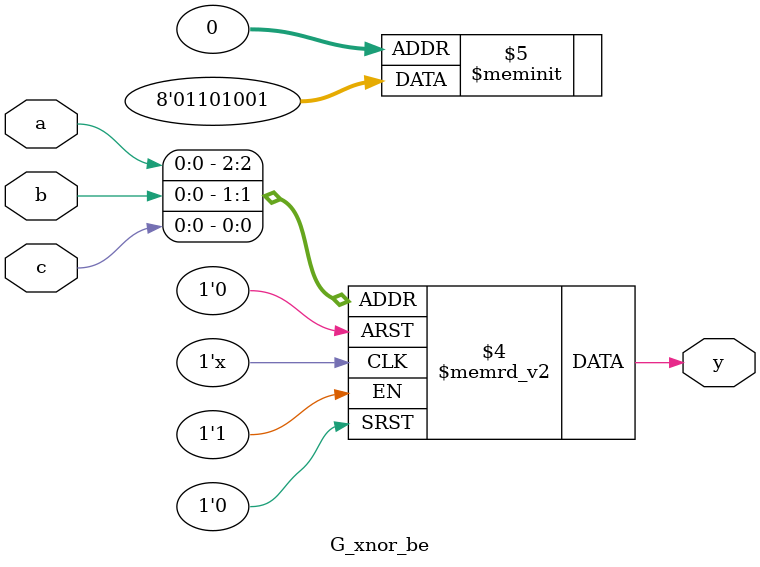
<source format=v>
`timescale 1ns / 1ps

//structural model
module G_xnor(
    y,
    a,
    b,
    c
    );
    
    output y;
    input a,b,c;
    
    xnor(y,a,b,c);
endmodule

//dataflow model
module G_xnor_data(
    y,
    a,
    b,
    c
);

    output y;
    input a,b,c;
    
    assign y = ~(a&b&c);
    
endmodule

//behavioral model
module G_xnor_be(
    y,
    a,
    b,
    c
);

    output reg y;
    input a,b,c;
    
    always@(a,b,c)
    begin
        case({a,b,c})
            3'b000 : y <= 1'b1;
            3'b001 : y <= 1'b0;
            3'b010 : y <= 1'b0;
            3'b011 : y <= 1'b1;
            3'b100 : y <= 1'b0;
            3'b101 : y <= 1'b1;
            3'b110 : y <= 1'b1;
            3'b111 : y <= 1'b0;
        endcase
   end
endmodule

</source>
